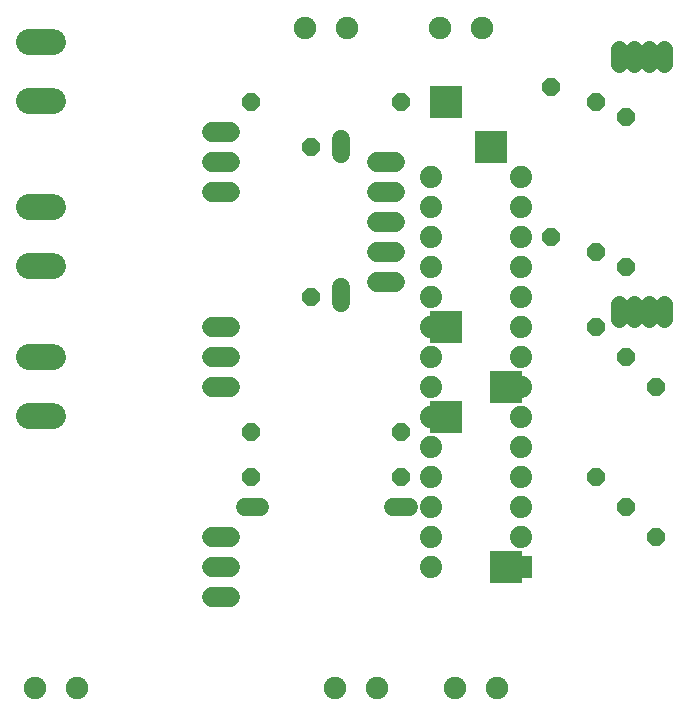
<source format=gts>
G75*
G70*
%OFA0B0*%
%FSLAX24Y24*%
%IPPOS*%
%LPD*%
%AMOC8*
5,1,8,0,0,1.08239X$1,22.5*
%
%ADD10C,0.0860*%
%ADD11C,0.0680*%
%ADD12C,0.0749*%
%ADD13C,0.0580*%
%ADD14R,0.0740X0.0740*%
%ADD15C,0.0740*%
%ADD16OC8,0.0600*%
%ADD17C,0.0600*%
%ADD18R,0.1080X0.1080*%
D10*
X003830Y015240D02*
X004610Y015240D01*
X004610Y017210D02*
X003830Y017210D01*
X003830Y020240D02*
X004610Y020240D01*
X004610Y022210D02*
X003830Y022210D01*
X003830Y025740D02*
X004610Y025740D01*
X004610Y027710D02*
X003830Y027710D01*
D11*
X009920Y024720D02*
X010520Y024720D01*
X010520Y023720D02*
X009920Y023720D01*
X009920Y022720D02*
X010520Y022720D01*
X010520Y018220D02*
X009920Y018220D01*
X009920Y017220D02*
X010520Y017220D01*
X010520Y016220D02*
X009920Y016220D01*
X009920Y011220D02*
X010520Y011220D01*
X010520Y010220D02*
X009920Y010220D01*
X009920Y009220D02*
X010520Y009220D01*
X015420Y019720D02*
X016020Y019720D01*
X016020Y020720D02*
X015420Y020720D01*
X015420Y021720D02*
X016020Y021720D01*
X016020Y022720D02*
X015420Y022720D01*
X015420Y023720D02*
X016020Y023720D01*
D12*
X004031Y006181D03*
X005409Y006181D03*
X014031Y006181D03*
X015409Y006181D03*
X018031Y006181D03*
X019409Y006181D03*
X018909Y028181D03*
X017531Y028181D03*
X014409Y028181D03*
X013031Y028181D03*
D13*
X023470Y027470D02*
X023470Y026970D01*
X023970Y026970D02*
X023970Y027470D01*
X024470Y027470D02*
X024470Y026970D01*
X024970Y026970D02*
X024970Y027470D01*
X024970Y018970D02*
X024970Y018470D01*
X024470Y018470D02*
X024470Y018970D01*
X023970Y018970D02*
X023970Y018470D01*
X023470Y018470D02*
X023470Y018970D01*
D14*
X020220Y010220D03*
D15*
X020220Y011220D03*
X020220Y012220D03*
X020220Y013220D03*
X020220Y014220D03*
X020220Y015220D03*
X020220Y016220D03*
X020220Y017220D03*
X020220Y018220D03*
X020220Y019220D03*
X020220Y020220D03*
X020220Y021220D03*
X020220Y022220D03*
X020220Y023220D03*
X017220Y023220D03*
X017220Y022220D03*
X017220Y021220D03*
X017220Y020220D03*
X017220Y019220D03*
X017220Y018220D03*
X017220Y017220D03*
X017220Y016220D03*
X017220Y015220D03*
X017220Y014220D03*
X017220Y013220D03*
X017220Y012220D03*
X017220Y011220D03*
X017220Y010220D03*
D16*
X016220Y013220D03*
X016220Y014720D03*
X013220Y019220D03*
X011220Y014720D03*
X011220Y013220D03*
X013220Y024220D03*
X011220Y025720D03*
X016220Y025720D03*
X021220Y026220D03*
X022720Y025720D03*
X023720Y025220D03*
X021220Y021220D03*
X022720Y020720D03*
X023720Y020220D03*
X022720Y018220D03*
X023720Y017220D03*
X024720Y016220D03*
X022720Y013220D03*
X023720Y012220D03*
X024720Y011220D03*
D17*
X016480Y012220D02*
X015960Y012220D01*
X011530Y012220D02*
X011010Y012220D01*
X014220Y019010D02*
X014220Y019530D01*
X014220Y023960D02*
X014220Y024480D01*
D18*
X017720Y025720D03*
X019220Y024220D03*
X017720Y018220D03*
X019720Y016220D03*
X017720Y015220D03*
X017720Y015220D03*
X019720Y010220D03*
X019720Y010220D03*
M02*

</source>
